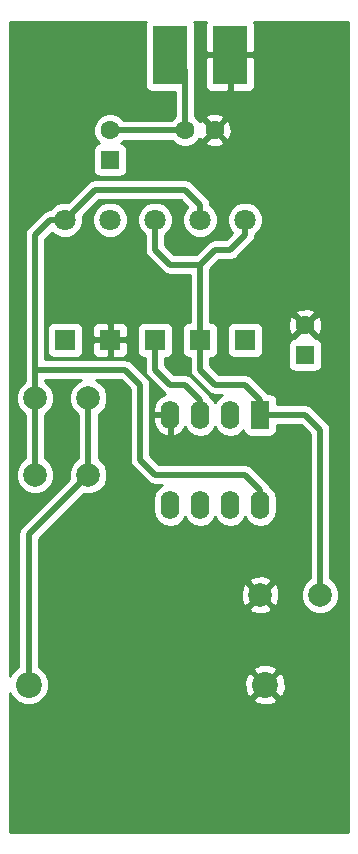
<source format=gtl>
G04 #@! TF.FileFunction,Copper,L1,Top,Signal*
%FSLAX46Y46*%
G04 Gerber Fmt 4.6, Leading zero omitted, Abs format (unit mm)*
G04 Created by KiCad (PCBNEW 4.0.1-stable) date 2017/05/09 18:16:20*
%MOMM*%
G01*
G04 APERTURE LIST*
%ADD10C,0.100000*%
%ADD11C,2.200000*%
%ADD12C,1.600000*%
%ADD13R,1.600000X1.600000*%
%ADD14R,3.000000X5.000000*%
%ADD15C,1.800000*%
%ADD16R,1.800000X1.800000*%
%ADD17C,2.000000*%
%ADD18R,1.600000X2.400000*%
%ADD19O,1.600000X2.400000*%
%ADD20C,0.500000*%
%ADD21C,0.254000*%
G04 APERTURE END LIST*
D10*
D11*
X130915000Y-130175000D03*
X150915000Y-130175000D03*
D12*
X144145000Y-83185000D03*
X146645000Y-83185000D03*
D13*
X137795000Y-85725000D03*
D12*
X137795000Y-83225000D03*
D13*
X154305000Y-102235000D03*
D12*
X154305000Y-99735000D03*
D14*
X142875000Y-76835000D03*
X147955000Y-76835000D03*
D15*
X133985000Y-90805000D03*
D16*
X133985000Y-100965000D03*
D15*
X137795000Y-90805000D03*
D16*
X137795000Y-100965000D03*
D15*
X141605000Y-90805000D03*
D16*
X141605000Y-100965000D03*
D15*
X149225000Y-90805000D03*
D16*
X149225000Y-100965000D03*
D15*
X145415000Y-90805000D03*
D16*
X145415000Y-100965000D03*
D17*
X155575000Y-122555000D03*
X150495000Y-122555000D03*
X135945000Y-112395000D03*
X131445000Y-112395000D03*
X135945000Y-105895000D03*
X131445000Y-105895000D03*
D18*
X150495000Y-107315000D03*
D19*
X142875000Y-114935000D03*
X147955000Y-107315000D03*
X145415000Y-114935000D03*
X145415000Y-107315000D03*
X147955000Y-114935000D03*
X142875000Y-107315000D03*
X150495000Y-114935000D03*
D20*
X130915000Y-130175000D02*
X130915000Y-117425000D01*
X130915000Y-117425000D02*
X135945000Y-112395000D01*
X135945000Y-105895000D02*
X135945000Y-112395000D01*
X137795000Y-83225000D02*
X144105000Y-83225000D01*
X144105000Y-83225000D02*
X144145000Y-83185000D01*
X144145000Y-83185000D02*
X144145000Y-78105000D01*
X144145000Y-78105000D02*
X142875000Y-76835000D01*
X145415000Y-107315000D02*
X145415000Y-106045000D01*
X141605000Y-103505000D02*
X141605000Y-100965000D01*
X142875000Y-104775000D02*
X141605000Y-103505000D01*
X144145000Y-104775000D02*
X142875000Y-104775000D01*
X145415000Y-106045000D02*
X144145000Y-104775000D01*
X133985000Y-90805000D02*
X136525000Y-88265000D01*
X145415000Y-89535000D02*
X145415000Y-90805000D01*
X144145000Y-88265000D02*
X145415000Y-89535000D01*
X136525000Y-88265000D02*
X144145000Y-88265000D01*
X131445000Y-103505000D02*
X139065000Y-103505000D01*
X150495000Y-113665000D02*
X150495000Y-114935000D01*
X149225000Y-112395000D02*
X150495000Y-113665000D01*
X141605000Y-112395000D02*
X149225000Y-112395000D01*
X140335000Y-111125000D02*
X141605000Y-112395000D01*
X140335000Y-104775000D02*
X140335000Y-111125000D01*
X139065000Y-103505000D02*
X140335000Y-104775000D01*
X131445000Y-112395000D02*
X131445000Y-105895000D01*
X133985000Y-90805000D02*
X132715000Y-90805000D01*
X131445000Y-92075000D02*
X131445000Y-103505000D01*
X131445000Y-103505000D02*
X131445000Y-105895000D01*
X132715000Y-90805000D02*
X131445000Y-92075000D01*
X145415000Y-94615000D02*
X142875000Y-94615000D01*
X141605000Y-93345000D02*
X141605000Y-90805000D01*
X142875000Y-94615000D02*
X141605000Y-93345000D01*
X155575000Y-122555000D02*
X155575000Y-108585000D01*
X154305000Y-107315000D02*
X150495000Y-107315000D01*
X155575000Y-108585000D02*
X154305000Y-107315000D01*
X150495000Y-107315000D02*
X150495000Y-106045000D01*
X150495000Y-106045000D02*
X149225000Y-104775000D01*
X149225000Y-104775000D02*
X146685000Y-104775000D01*
X146685000Y-104775000D02*
X145415000Y-103505000D01*
X145415000Y-103505000D02*
X145415000Y-100965000D01*
X145415000Y-100965000D02*
X145415000Y-94615000D01*
X145415000Y-94615000D02*
X146685000Y-93345000D01*
X146685000Y-93345000D02*
X147955000Y-93345000D01*
X147955000Y-93345000D02*
X149225000Y-92075000D01*
X149225000Y-92075000D02*
X149225000Y-90805000D01*
D21*
G36*
X129443281Y-131156515D02*
X129930918Y-131645004D01*
X130568373Y-131909699D01*
X131258599Y-131910301D01*
X131896515Y-131646719D01*
X132385004Y-131159082D01*
X132649699Y-130521627D01*
X132650301Y-129831401D01*
X132386719Y-129193485D01*
X131899082Y-128704996D01*
X131800000Y-128663853D01*
X131800000Y-117791580D01*
X135578437Y-114013142D01*
X135618352Y-114029716D01*
X136268795Y-114030284D01*
X136869943Y-113781894D01*
X137330278Y-113322363D01*
X137579716Y-112721648D01*
X137580284Y-112071205D01*
X137331894Y-111470057D01*
X136872363Y-111009722D01*
X136830000Y-110992131D01*
X136830000Y-107298398D01*
X136869943Y-107281894D01*
X137330278Y-106822363D01*
X137579716Y-106221648D01*
X137580284Y-105571205D01*
X137331894Y-104970057D01*
X136872363Y-104509722D01*
X136584040Y-104390000D01*
X138698421Y-104390000D01*
X139450000Y-105141580D01*
X139450000Y-111124995D01*
X139449999Y-111125000D01*
X139517367Y-111463675D01*
X139709210Y-111750790D01*
X139709213Y-111750792D01*
X140979210Y-113020790D01*
X141266325Y-113212633D01*
X141266326Y-113212633D01*
X141605000Y-113280001D01*
X141605005Y-113280000D01*
X142166136Y-113280000D01*
X141860302Y-113484352D01*
X141549233Y-113949899D01*
X141440000Y-114499050D01*
X141440000Y-115370950D01*
X141549233Y-115920101D01*
X141860302Y-116385648D01*
X142325849Y-116696717D01*
X142875000Y-116805950D01*
X143424151Y-116696717D01*
X143889698Y-116385648D01*
X144145000Y-116003562D01*
X144400302Y-116385648D01*
X144865849Y-116696717D01*
X145415000Y-116805950D01*
X145964151Y-116696717D01*
X146429698Y-116385648D01*
X146685000Y-116003562D01*
X146940302Y-116385648D01*
X147405849Y-116696717D01*
X147955000Y-116805950D01*
X148504151Y-116696717D01*
X148969698Y-116385648D01*
X149225000Y-116003562D01*
X149480302Y-116385648D01*
X149945849Y-116696717D01*
X150495000Y-116805950D01*
X151044151Y-116696717D01*
X151509698Y-116385648D01*
X151820767Y-115920101D01*
X151930000Y-115370950D01*
X151930000Y-114499050D01*
X151820767Y-113949899D01*
X151509698Y-113484352D01*
X151318678Y-113356717D01*
X151312633Y-113326325D01*
X151120790Y-113039210D01*
X149850792Y-111769213D01*
X149850790Y-111769210D01*
X149563675Y-111577367D01*
X149480302Y-111560783D01*
X149225000Y-111509999D01*
X149224995Y-111510000D01*
X142525961Y-111510000D01*
X142525961Y-109106904D01*
X142748000Y-108984915D01*
X142748000Y-107442000D01*
X141440000Y-107442000D01*
X141440000Y-107842000D01*
X141597834Y-108381483D01*
X141950104Y-108819500D01*
X142443181Y-109089367D01*
X142525961Y-109106904D01*
X142525961Y-111510000D01*
X141971580Y-111510000D01*
X141220000Y-110758421D01*
X141220000Y-104775005D01*
X141220001Y-104775000D01*
X141163810Y-104492516D01*
X141152633Y-104436325D01*
X140960790Y-104149210D01*
X139690792Y-102879213D01*
X139690790Y-102879210D01*
X139403675Y-102687367D01*
X139230248Y-102652870D01*
X139065000Y-102619999D01*
X139064995Y-102620000D01*
X138080750Y-102620000D01*
X138080750Y-102500000D01*
X138821310Y-102500000D01*
X139054699Y-102403327D01*
X139233327Y-102224698D01*
X139330000Y-101991309D01*
X139330000Y-101250750D01*
X139171250Y-101092000D01*
X137922000Y-101092000D01*
X137922000Y-100838000D01*
X139171250Y-100838000D01*
X139330000Y-100679250D01*
X139330000Y-99938691D01*
X139233327Y-99705302D01*
X139054699Y-99526673D01*
X138821310Y-99430000D01*
X138098991Y-99430000D01*
X138098991Y-92340265D01*
X138663371Y-92107068D01*
X139095551Y-91675643D01*
X139329733Y-91111670D01*
X139330265Y-90501009D01*
X139097068Y-89936629D01*
X138665643Y-89504449D01*
X138101670Y-89270267D01*
X137491009Y-89269735D01*
X136926629Y-89502932D01*
X136494449Y-89934357D01*
X136260267Y-90498330D01*
X136259735Y-91108991D01*
X136492932Y-91673371D01*
X136924357Y-92105551D01*
X137488330Y-92339733D01*
X138098991Y-92340265D01*
X138098991Y-99430000D01*
X138080750Y-99430000D01*
X137922000Y-99588750D01*
X137922000Y-100838000D01*
X137922000Y-101092000D01*
X137922000Y-102341250D01*
X138080750Y-102500000D01*
X138080750Y-102620000D01*
X136768690Y-102620000D01*
X136768690Y-102500000D01*
X137509250Y-102500000D01*
X137668000Y-102341250D01*
X137668000Y-101092000D01*
X136418750Y-101092000D01*
X136418750Y-100838000D01*
X137668000Y-100838000D01*
X137668000Y-99588750D01*
X137509250Y-99430000D01*
X136768690Y-99430000D01*
X136535301Y-99526673D01*
X136356673Y-99705302D01*
X136260000Y-99938691D01*
X136260000Y-100679250D01*
X136418750Y-100838000D01*
X136418750Y-101092000D01*
X136260000Y-101250750D01*
X136260000Y-101991309D01*
X136356673Y-102224698D01*
X136535301Y-102403327D01*
X136768690Y-102500000D01*
X136768690Y-102620000D01*
X133085000Y-102620000D01*
X133085000Y-102512440D01*
X134885000Y-102512440D01*
X135120317Y-102468162D01*
X135336441Y-102329090D01*
X135481431Y-102116890D01*
X135532440Y-101865000D01*
X135532440Y-100065000D01*
X135488162Y-99829683D01*
X135349090Y-99613559D01*
X135136890Y-99468569D01*
X134885000Y-99417560D01*
X133085000Y-99417560D01*
X132849683Y-99461838D01*
X132633559Y-99600910D01*
X132488569Y-99813110D01*
X132437560Y-100065000D01*
X132437560Y-101865000D01*
X132481838Y-102100317D01*
X132620910Y-102316441D01*
X132833110Y-102461431D01*
X133085000Y-102512440D01*
X133085000Y-102620000D01*
X132330000Y-102620000D01*
X132330000Y-92441580D01*
X132890389Y-91881191D01*
X133114357Y-92105551D01*
X133678330Y-92339733D01*
X134288991Y-92340265D01*
X134853371Y-92107068D01*
X135285551Y-91675643D01*
X135519733Y-91111670D01*
X135520247Y-90521332D01*
X136891579Y-89150000D01*
X143778421Y-89150000D01*
X144338809Y-89710389D01*
X144114449Y-89934357D01*
X143880267Y-90498330D01*
X143879735Y-91108991D01*
X144112932Y-91673371D01*
X144544357Y-92105551D01*
X145108330Y-92339733D01*
X145718991Y-92340265D01*
X146283371Y-92107068D01*
X146715551Y-91675643D01*
X146949733Y-91111670D01*
X146950265Y-90501009D01*
X146717068Y-89936629D01*
X146428223Y-89647279D01*
X146428223Y-84631965D01*
X146998454Y-84604778D01*
X147399005Y-84438864D01*
X147473139Y-84192745D01*
X146645000Y-83364605D01*
X146645000Y-83005395D01*
X147473139Y-82177255D01*
X147399005Y-81931136D01*
X146861777Y-81738035D01*
X146328690Y-81763451D01*
X146328690Y-79970000D01*
X147669250Y-79970000D01*
X147828000Y-79811250D01*
X147828000Y-76962000D01*
X145978750Y-76962000D01*
X145820000Y-77120750D01*
X145820000Y-79461309D01*
X145916673Y-79694698D01*
X146095301Y-79873327D01*
X146328690Y-79970000D01*
X146328690Y-81763451D01*
X146291546Y-81765222D01*
X145890995Y-81931136D01*
X145816861Y-82177255D01*
X146645000Y-83005395D01*
X146645000Y-83364605D01*
X145816861Y-84192745D01*
X145890995Y-84438864D01*
X146428223Y-84631965D01*
X146428223Y-89647279D01*
X146295985Y-89514809D01*
X146243810Y-89252516D01*
X146232633Y-89196325D01*
X146040790Y-88909210D01*
X144770792Y-87639213D01*
X144770790Y-87639210D01*
X144483675Y-87447367D01*
X144431691Y-87437027D01*
X144145000Y-87379999D01*
X144144995Y-87380000D01*
X136525000Y-87380000D01*
X136186325Y-87447367D01*
X135899210Y-87639210D01*
X135899208Y-87639213D01*
X134268174Y-89270247D01*
X133681009Y-89269735D01*
X133116629Y-89502932D01*
X132694809Y-89924015D01*
X132376325Y-89987367D01*
X132330000Y-90018320D01*
X132089210Y-90179210D01*
X132089208Y-90179213D01*
X130819210Y-91449210D01*
X130627367Y-91736325D01*
X130616190Y-91792516D01*
X130559999Y-92075000D01*
X130560000Y-92075005D01*
X130560000Y-104491602D01*
X130520057Y-104508106D01*
X130059722Y-104967637D01*
X129810284Y-105568352D01*
X129809716Y-106218795D01*
X130058106Y-106819943D01*
X130517637Y-107280278D01*
X130560000Y-107297869D01*
X130560000Y-110991602D01*
X130520057Y-111008106D01*
X130059722Y-111467637D01*
X129810284Y-112068352D01*
X129809716Y-112718795D01*
X130058106Y-113319943D01*
X130517637Y-113780278D01*
X131118352Y-114029716D01*
X131768795Y-114030284D01*
X132369943Y-113781894D01*
X132830278Y-113322363D01*
X133079716Y-112721648D01*
X133080284Y-112071205D01*
X132831894Y-111470057D01*
X132372363Y-111009722D01*
X132330000Y-110992131D01*
X132330000Y-107298398D01*
X132369943Y-107281894D01*
X132830278Y-106822363D01*
X133079716Y-106221648D01*
X133080284Y-105571205D01*
X132831894Y-104970057D01*
X132372363Y-104509722D01*
X132330000Y-104492131D01*
X132330000Y-104390000D01*
X135305895Y-104390000D01*
X135020057Y-104508106D01*
X134559722Y-104967637D01*
X134310284Y-105568352D01*
X134309716Y-106218795D01*
X134558106Y-106819943D01*
X135017637Y-107280278D01*
X135060000Y-107297869D01*
X135060000Y-110991602D01*
X135020057Y-111008106D01*
X134559722Y-111467637D01*
X134310284Y-112068352D01*
X134309716Y-112718795D01*
X134327233Y-112761188D01*
X130289210Y-116799210D01*
X130097367Y-117086325D01*
X130086190Y-117142516D01*
X130029999Y-117425000D01*
X130030000Y-117425005D01*
X130030000Y-128663402D01*
X129933485Y-128703281D01*
X129444996Y-129190918D01*
X129330000Y-129467859D01*
X129330000Y-74020000D01*
X140821690Y-74020000D01*
X140778569Y-74083110D01*
X140727560Y-74335000D01*
X140727560Y-79335000D01*
X140771838Y-79570317D01*
X140910910Y-79786441D01*
X141123110Y-79931431D01*
X141375000Y-79982440D01*
X143260000Y-79982440D01*
X143260000Y-82040829D01*
X142960307Y-82340000D01*
X138939171Y-82340000D01*
X138608923Y-82009176D01*
X138081691Y-81790250D01*
X137510813Y-81789752D01*
X136983200Y-82007757D01*
X136579176Y-82411077D01*
X136360250Y-82938309D01*
X136359752Y-83509187D01*
X136577757Y-84036800D01*
X136846072Y-84305583D01*
X136759683Y-84321838D01*
X136543559Y-84460910D01*
X136398569Y-84673110D01*
X136347560Y-84925000D01*
X136347560Y-86525000D01*
X136391838Y-86760317D01*
X136530910Y-86976441D01*
X136743110Y-87121431D01*
X136995000Y-87172440D01*
X138595000Y-87172440D01*
X138830317Y-87128162D01*
X139046441Y-86989090D01*
X139191431Y-86776890D01*
X139242440Y-86525000D01*
X139242440Y-84925000D01*
X139198162Y-84689683D01*
X139059090Y-84473559D01*
X138846890Y-84328569D01*
X138741959Y-84307320D01*
X138939623Y-84110000D01*
X143040760Y-84110000D01*
X143331077Y-84400824D01*
X143858309Y-84619750D01*
X144429187Y-84620248D01*
X144956800Y-84402243D01*
X145360824Y-83998923D01*
X145388423Y-83932456D01*
X145391136Y-83939005D01*
X145637255Y-84013139D01*
X146465395Y-83185000D01*
X145637255Y-82356861D01*
X145391136Y-82430995D01*
X145388804Y-82437483D01*
X145362243Y-82373200D01*
X145030000Y-82040377D01*
X145030000Y-78105005D01*
X145030001Y-78105000D01*
X145022440Y-78066989D01*
X145022440Y-74335000D01*
X144978162Y-74099683D01*
X144926887Y-74020000D01*
X145898158Y-74020000D01*
X145820000Y-74208691D01*
X145820000Y-76549250D01*
X145978750Y-76708000D01*
X147828000Y-76708000D01*
X147828000Y-76688000D01*
X148082000Y-76688000D01*
X148082000Y-76708000D01*
X149931250Y-76708000D01*
X150090000Y-76549250D01*
X150090000Y-74208691D01*
X150011842Y-74020000D01*
X157960000Y-74020000D01*
X157960000Y-142650000D01*
X155898795Y-142650000D01*
X155898795Y-124190284D01*
X156499943Y-123941894D01*
X156960278Y-123482363D01*
X157209716Y-122881648D01*
X157210284Y-122231205D01*
X156961894Y-121630057D01*
X156502363Y-121169722D01*
X156460000Y-121152131D01*
X156460000Y-108585005D01*
X156460001Y-108585000D01*
X156403810Y-108302516D01*
X156392633Y-108246325D01*
X156200790Y-107959210D01*
X154930792Y-106689213D01*
X154930790Y-106689210D01*
X154643675Y-106497367D01*
X154305000Y-106429999D01*
X154304995Y-106430000D01*
X153505000Y-106430000D01*
X153505000Y-103682440D01*
X155105000Y-103682440D01*
X155340317Y-103638162D01*
X155556441Y-103499090D01*
X155701431Y-103286890D01*
X155752440Y-103035000D01*
X155752440Y-101435000D01*
X155708162Y-101199683D01*
X155569090Y-100983559D01*
X155356890Y-100838569D01*
X155312745Y-100829630D01*
X155312745Y-100563139D01*
X155558864Y-100489005D01*
X155751965Y-99951777D01*
X155724778Y-99381546D01*
X155558864Y-98980995D01*
X155312745Y-98906861D01*
X154484605Y-99735000D01*
X155312745Y-100563139D01*
X155312745Y-100829630D01*
X155118799Y-100790354D01*
X155133139Y-100742745D01*
X154305000Y-99914605D01*
X154305000Y-99555395D01*
X155133139Y-98727255D01*
X155059005Y-98481136D01*
X154521777Y-98288035D01*
X153951546Y-98315222D01*
X153550995Y-98481136D01*
X153476861Y-98727255D01*
X154305000Y-99555395D01*
X154305000Y-99914605D01*
X153476861Y-100742745D01*
X153491145Y-100790167D01*
X153297255Y-100826649D01*
X153297255Y-100563139D01*
X154125395Y-99735000D01*
X153297255Y-98906861D01*
X153051136Y-98980995D01*
X152858035Y-99518223D01*
X152885222Y-100088454D01*
X153051136Y-100489005D01*
X153297255Y-100563139D01*
X153297255Y-100826649D01*
X153269683Y-100831838D01*
X153053559Y-100970910D01*
X152908569Y-101183110D01*
X152857560Y-101435000D01*
X152857560Y-103035000D01*
X152901838Y-103270317D01*
X153040910Y-103486441D01*
X153253110Y-103631431D01*
X153505000Y-103682440D01*
X153505000Y-106430000D01*
X151942440Y-106430000D01*
X151942440Y-106115000D01*
X151898162Y-105879683D01*
X151759090Y-105663559D01*
X151546890Y-105518569D01*
X151295000Y-105467560D01*
X151153096Y-105467560D01*
X151120790Y-105419210D01*
X149850792Y-104149213D01*
X149850790Y-104149210D01*
X149563675Y-103957367D01*
X149480302Y-103940783D01*
X149225000Y-103889999D01*
X149224995Y-103890000D01*
X148325000Y-103890000D01*
X148325000Y-102512440D01*
X150125000Y-102512440D01*
X150360317Y-102468162D01*
X150576441Y-102329090D01*
X150721431Y-102116890D01*
X150772440Y-101865000D01*
X150772440Y-100065000D01*
X150728162Y-99829683D01*
X150589090Y-99613559D01*
X150376890Y-99468569D01*
X150125000Y-99417560D01*
X148325000Y-99417560D01*
X148089683Y-99461838D01*
X147873559Y-99600910D01*
X147728569Y-99813110D01*
X147677560Y-100065000D01*
X147677560Y-101865000D01*
X147721838Y-102100317D01*
X147860910Y-102316441D01*
X148073110Y-102461431D01*
X148325000Y-102512440D01*
X148325000Y-103890000D01*
X147051580Y-103890000D01*
X146300000Y-103138421D01*
X146300000Y-102512440D01*
X146315000Y-102512440D01*
X146550317Y-102468162D01*
X146766441Y-102329090D01*
X146911431Y-102116890D01*
X146962440Y-101865000D01*
X146962440Y-100065000D01*
X146918162Y-99829683D01*
X146779090Y-99613559D01*
X146566890Y-99468569D01*
X146315000Y-99417560D01*
X146300000Y-99417560D01*
X146300000Y-94981580D01*
X147051579Y-94230000D01*
X147954995Y-94230000D01*
X147955000Y-94230001D01*
X148089683Y-94203210D01*
X148293675Y-94162633D01*
X148504151Y-94021998D01*
X148580790Y-93970790D01*
X149850787Y-92700792D01*
X149850790Y-92700790D01*
X149931250Y-92580372D01*
X150042633Y-92413675D01*
X150106162Y-92094299D01*
X150525551Y-91675643D01*
X150759733Y-91111670D01*
X150760265Y-90501009D01*
X150527068Y-89936629D01*
X150095643Y-89504449D01*
X149531670Y-89270267D01*
X148921009Y-89269735D01*
X148356629Y-89502932D01*
X148240750Y-89618608D01*
X148240750Y-79970000D01*
X149581310Y-79970000D01*
X149814699Y-79873327D01*
X149993327Y-79694698D01*
X150090000Y-79461309D01*
X150090000Y-77120750D01*
X149931250Y-76962000D01*
X148082000Y-76962000D01*
X148082000Y-79811250D01*
X148240750Y-79970000D01*
X148240750Y-89618608D01*
X147924449Y-89934357D01*
X147690267Y-90498330D01*
X147689735Y-91108991D01*
X147922932Y-91673371D01*
X148148793Y-91899627D01*
X147652745Y-92395675D01*
X147652745Y-84013139D01*
X147898864Y-83939005D01*
X148091965Y-83401777D01*
X148064778Y-82831546D01*
X147898864Y-82430995D01*
X147652745Y-82356861D01*
X146824605Y-83185000D01*
X147652745Y-84013139D01*
X147652745Y-92395675D01*
X147588420Y-92460000D01*
X146685005Y-92460000D01*
X146685000Y-92459999D01*
X146346325Y-92527367D01*
X146283371Y-92569431D01*
X146059210Y-92719210D01*
X146059208Y-92719213D01*
X145048420Y-93730000D01*
X143241580Y-93730000D01*
X142490000Y-92978421D01*
X142490000Y-92090468D01*
X142905551Y-91675643D01*
X143139733Y-91111670D01*
X143140265Y-90501009D01*
X142907068Y-89936629D01*
X142475643Y-89504449D01*
X141911670Y-89270267D01*
X141301009Y-89269735D01*
X140736629Y-89502932D01*
X140304449Y-89934357D01*
X140070267Y-90498330D01*
X140069735Y-91108991D01*
X140302932Y-91673371D01*
X140720000Y-92091169D01*
X140720000Y-93344995D01*
X140719999Y-93345000D01*
X140778569Y-93639445D01*
X140787367Y-93683675D01*
X140979210Y-93970790D01*
X140979213Y-93970792D01*
X142249210Y-95240790D01*
X142536325Y-95432633D01*
X142536326Y-95432633D01*
X142875000Y-95500001D01*
X142875005Y-95500000D01*
X144530000Y-95500000D01*
X144530000Y-99417560D01*
X144515000Y-99417560D01*
X144279683Y-99461838D01*
X144063559Y-99600910D01*
X143918569Y-99813110D01*
X143867560Y-100065000D01*
X143867560Y-101865000D01*
X143911838Y-102100317D01*
X144050910Y-102316441D01*
X144263110Y-102461431D01*
X144515000Y-102512440D01*
X144530000Y-102512440D01*
X144530000Y-103504995D01*
X144529999Y-103505000D01*
X144597367Y-103843675D01*
X144789210Y-104130790D01*
X144789213Y-104130792D01*
X146059210Y-105400790D01*
X146346325Y-105592633D01*
X146346326Y-105592633D01*
X146685000Y-105660001D01*
X146685005Y-105660000D01*
X147246136Y-105660000D01*
X146940302Y-105864352D01*
X146685000Y-106246438D01*
X146429698Y-105864352D01*
X146238678Y-105736717D01*
X146232633Y-105706325D01*
X146040790Y-105419210D01*
X144770792Y-104149213D01*
X144770790Y-104149210D01*
X144483675Y-103957367D01*
X144431691Y-103947027D01*
X144145000Y-103889999D01*
X144144995Y-103890000D01*
X143241580Y-103890000D01*
X142490000Y-103138421D01*
X142490000Y-102512440D01*
X142505000Y-102512440D01*
X142740317Y-102468162D01*
X142956441Y-102329090D01*
X143101431Y-102116890D01*
X143152440Y-101865000D01*
X143152440Y-100065000D01*
X143108162Y-99829683D01*
X142969090Y-99613559D01*
X142756890Y-99468569D01*
X142505000Y-99417560D01*
X140705000Y-99417560D01*
X140469683Y-99461838D01*
X140253559Y-99600910D01*
X140108569Y-99813110D01*
X140057560Y-100065000D01*
X140057560Y-101865000D01*
X140101838Y-102100317D01*
X140240910Y-102316441D01*
X140453110Y-102461431D01*
X140705000Y-102512440D01*
X140720000Y-102512440D01*
X140720000Y-103504995D01*
X140719999Y-103505000D01*
X140778569Y-103799445D01*
X140787367Y-103843675D01*
X140979210Y-104130790D01*
X140979213Y-104130792D01*
X142249210Y-105400790D01*
X142454813Y-105538169D01*
X142443181Y-105540633D01*
X141950104Y-105810500D01*
X141597834Y-106248517D01*
X141440000Y-106788000D01*
X141440000Y-107188000D01*
X142748000Y-107188000D01*
X142748000Y-107168000D01*
X143002000Y-107168000D01*
X143002000Y-107188000D01*
X143022000Y-107188000D01*
X143022000Y-107442000D01*
X143002000Y-107442000D01*
X143002000Y-108984915D01*
X143224039Y-109106904D01*
X143306819Y-109089367D01*
X143799896Y-108819500D01*
X144147493Y-108387293D01*
X144400302Y-108765648D01*
X144865849Y-109076717D01*
X145415000Y-109185950D01*
X145964151Y-109076717D01*
X146429698Y-108765648D01*
X146685000Y-108383562D01*
X146940302Y-108765648D01*
X147405849Y-109076717D01*
X147955000Y-109185950D01*
X148504151Y-109076717D01*
X148969698Y-108765648D01*
X149067251Y-108619650D01*
X149091838Y-108750317D01*
X149230910Y-108966441D01*
X149443110Y-109111431D01*
X149695000Y-109162440D01*
X151295000Y-109162440D01*
X151530317Y-109118162D01*
X151746441Y-108979090D01*
X151891431Y-108766890D01*
X151942440Y-108515000D01*
X151942440Y-108200000D01*
X153938421Y-108200000D01*
X154690000Y-108951580D01*
X154690000Y-121151602D01*
X154650057Y-121168106D01*
X154189722Y-121627637D01*
X153940284Y-122228352D01*
X153939716Y-122878795D01*
X154188106Y-123479943D01*
X154647637Y-123940278D01*
X155248352Y-124189716D01*
X155898795Y-124190284D01*
X155898795Y-142650000D01*
X152139868Y-142650000D01*
X152139868Y-131220263D01*
X152417099Y-131109359D01*
X152660323Y-130463407D01*
X152637836Y-129773547D01*
X152417099Y-129240641D01*
X152139868Y-129129737D01*
X151094605Y-130175000D01*
X152139868Y-131220263D01*
X152139868Y-142650000D01*
X150626593Y-142650000D01*
X150626593Y-131920323D01*
X151316453Y-131897836D01*
X151849359Y-131677099D01*
X151960263Y-131399868D01*
X150915000Y-130354605D01*
X150915000Y-129995395D01*
X151960263Y-128950132D01*
X151849359Y-128672901D01*
X151647532Y-128596906D01*
X151647532Y-123527927D01*
X151914387Y-123429264D01*
X152140908Y-122819539D01*
X152116856Y-122169540D01*
X151914387Y-121680736D01*
X151647532Y-121582073D01*
X150674605Y-122555000D01*
X151647532Y-123527927D01*
X151647532Y-128596906D01*
X151203407Y-128429677D01*
X150513547Y-128452164D01*
X150230461Y-128569422D01*
X150230461Y-124200908D01*
X150880460Y-124176856D01*
X151369264Y-123974387D01*
X151467927Y-123707532D01*
X150495000Y-122734605D01*
X150495000Y-122375395D01*
X151467927Y-121402468D01*
X151369264Y-121135613D01*
X150759539Y-120909092D01*
X150109540Y-120933144D01*
X149620736Y-121135613D01*
X149522073Y-121402468D01*
X150495000Y-122375395D01*
X150495000Y-122734605D01*
X149522073Y-123707532D01*
X149620736Y-123974387D01*
X150230461Y-124200908D01*
X150230461Y-128569422D01*
X149980641Y-128672901D01*
X149869737Y-128950132D01*
X150915000Y-129995395D01*
X150915000Y-130354605D01*
X149869737Y-131399868D01*
X149980641Y-131677099D01*
X150626593Y-131920323D01*
X150626593Y-142650000D01*
X149690132Y-142650000D01*
X149690132Y-131220263D01*
X150735395Y-130175000D01*
X149690132Y-129129737D01*
X149412901Y-129240641D01*
X149342468Y-129427696D01*
X149342468Y-123527927D01*
X150315395Y-122555000D01*
X149342468Y-121582073D01*
X149075613Y-121680736D01*
X148849092Y-122290461D01*
X148873144Y-122940460D01*
X149075613Y-123429264D01*
X149342468Y-123527927D01*
X149342468Y-129427696D01*
X149169677Y-129886593D01*
X149192164Y-130576453D01*
X149412901Y-131109359D01*
X149690132Y-131220263D01*
X149690132Y-142650000D01*
X129330000Y-142650000D01*
X129330000Y-130882355D01*
X129443281Y-131156515D01*
X129443281Y-131156515D01*
G37*
X129443281Y-131156515D02*
X129930918Y-131645004D01*
X130568373Y-131909699D01*
X131258599Y-131910301D01*
X131896515Y-131646719D01*
X132385004Y-131159082D01*
X132649699Y-130521627D01*
X132650301Y-129831401D01*
X132386719Y-129193485D01*
X131899082Y-128704996D01*
X131800000Y-128663853D01*
X131800000Y-117791580D01*
X135578437Y-114013142D01*
X135618352Y-114029716D01*
X136268795Y-114030284D01*
X136869943Y-113781894D01*
X137330278Y-113322363D01*
X137579716Y-112721648D01*
X137580284Y-112071205D01*
X137331894Y-111470057D01*
X136872363Y-111009722D01*
X136830000Y-110992131D01*
X136830000Y-107298398D01*
X136869943Y-107281894D01*
X137330278Y-106822363D01*
X137579716Y-106221648D01*
X137580284Y-105571205D01*
X137331894Y-104970057D01*
X136872363Y-104509722D01*
X136584040Y-104390000D01*
X138698421Y-104390000D01*
X139450000Y-105141580D01*
X139450000Y-111124995D01*
X139449999Y-111125000D01*
X139517367Y-111463675D01*
X139709210Y-111750790D01*
X139709213Y-111750792D01*
X140979210Y-113020790D01*
X141266325Y-113212633D01*
X141266326Y-113212633D01*
X141605000Y-113280001D01*
X141605005Y-113280000D01*
X142166136Y-113280000D01*
X141860302Y-113484352D01*
X141549233Y-113949899D01*
X141440000Y-114499050D01*
X141440000Y-115370950D01*
X141549233Y-115920101D01*
X141860302Y-116385648D01*
X142325849Y-116696717D01*
X142875000Y-116805950D01*
X143424151Y-116696717D01*
X143889698Y-116385648D01*
X144145000Y-116003562D01*
X144400302Y-116385648D01*
X144865849Y-116696717D01*
X145415000Y-116805950D01*
X145964151Y-116696717D01*
X146429698Y-116385648D01*
X146685000Y-116003562D01*
X146940302Y-116385648D01*
X147405849Y-116696717D01*
X147955000Y-116805950D01*
X148504151Y-116696717D01*
X148969698Y-116385648D01*
X149225000Y-116003562D01*
X149480302Y-116385648D01*
X149945849Y-116696717D01*
X150495000Y-116805950D01*
X151044151Y-116696717D01*
X151509698Y-116385648D01*
X151820767Y-115920101D01*
X151930000Y-115370950D01*
X151930000Y-114499050D01*
X151820767Y-113949899D01*
X151509698Y-113484352D01*
X151318678Y-113356717D01*
X151312633Y-113326325D01*
X151120790Y-113039210D01*
X149850792Y-111769213D01*
X149850790Y-111769210D01*
X149563675Y-111577367D01*
X149480302Y-111560783D01*
X149225000Y-111509999D01*
X149224995Y-111510000D01*
X142525961Y-111510000D01*
X142525961Y-109106904D01*
X142748000Y-108984915D01*
X142748000Y-107442000D01*
X141440000Y-107442000D01*
X141440000Y-107842000D01*
X141597834Y-108381483D01*
X141950104Y-108819500D01*
X142443181Y-109089367D01*
X142525961Y-109106904D01*
X142525961Y-111510000D01*
X141971580Y-111510000D01*
X141220000Y-110758421D01*
X141220000Y-104775005D01*
X141220001Y-104775000D01*
X141163810Y-104492516D01*
X141152633Y-104436325D01*
X140960790Y-104149210D01*
X139690792Y-102879213D01*
X139690790Y-102879210D01*
X139403675Y-102687367D01*
X139230248Y-102652870D01*
X139065000Y-102619999D01*
X139064995Y-102620000D01*
X138080750Y-102620000D01*
X138080750Y-102500000D01*
X138821310Y-102500000D01*
X139054699Y-102403327D01*
X139233327Y-102224698D01*
X139330000Y-101991309D01*
X139330000Y-101250750D01*
X139171250Y-101092000D01*
X137922000Y-101092000D01*
X137922000Y-100838000D01*
X139171250Y-100838000D01*
X139330000Y-100679250D01*
X139330000Y-99938691D01*
X139233327Y-99705302D01*
X139054699Y-99526673D01*
X138821310Y-99430000D01*
X138098991Y-99430000D01*
X138098991Y-92340265D01*
X138663371Y-92107068D01*
X139095551Y-91675643D01*
X139329733Y-91111670D01*
X139330265Y-90501009D01*
X139097068Y-89936629D01*
X138665643Y-89504449D01*
X138101670Y-89270267D01*
X137491009Y-89269735D01*
X136926629Y-89502932D01*
X136494449Y-89934357D01*
X136260267Y-90498330D01*
X136259735Y-91108991D01*
X136492932Y-91673371D01*
X136924357Y-92105551D01*
X137488330Y-92339733D01*
X138098991Y-92340265D01*
X138098991Y-99430000D01*
X138080750Y-99430000D01*
X137922000Y-99588750D01*
X137922000Y-100838000D01*
X137922000Y-101092000D01*
X137922000Y-102341250D01*
X138080750Y-102500000D01*
X138080750Y-102620000D01*
X136768690Y-102620000D01*
X136768690Y-102500000D01*
X137509250Y-102500000D01*
X137668000Y-102341250D01*
X137668000Y-101092000D01*
X136418750Y-101092000D01*
X136418750Y-100838000D01*
X137668000Y-100838000D01*
X137668000Y-99588750D01*
X137509250Y-99430000D01*
X136768690Y-99430000D01*
X136535301Y-99526673D01*
X136356673Y-99705302D01*
X136260000Y-99938691D01*
X136260000Y-100679250D01*
X136418750Y-100838000D01*
X136418750Y-101092000D01*
X136260000Y-101250750D01*
X136260000Y-101991309D01*
X136356673Y-102224698D01*
X136535301Y-102403327D01*
X136768690Y-102500000D01*
X136768690Y-102620000D01*
X133085000Y-102620000D01*
X133085000Y-102512440D01*
X134885000Y-102512440D01*
X135120317Y-102468162D01*
X135336441Y-102329090D01*
X135481431Y-102116890D01*
X135532440Y-101865000D01*
X135532440Y-100065000D01*
X135488162Y-99829683D01*
X135349090Y-99613559D01*
X135136890Y-99468569D01*
X134885000Y-99417560D01*
X133085000Y-99417560D01*
X132849683Y-99461838D01*
X132633559Y-99600910D01*
X132488569Y-99813110D01*
X132437560Y-100065000D01*
X132437560Y-101865000D01*
X132481838Y-102100317D01*
X132620910Y-102316441D01*
X132833110Y-102461431D01*
X133085000Y-102512440D01*
X133085000Y-102620000D01*
X132330000Y-102620000D01*
X132330000Y-92441580D01*
X132890389Y-91881191D01*
X133114357Y-92105551D01*
X133678330Y-92339733D01*
X134288991Y-92340265D01*
X134853371Y-92107068D01*
X135285551Y-91675643D01*
X135519733Y-91111670D01*
X135520247Y-90521332D01*
X136891579Y-89150000D01*
X143778421Y-89150000D01*
X144338809Y-89710389D01*
X144114449Y-89934357D01*
X143880267Y-90498330D01*
X143879735Y-91108991D01*
X144112932Y-91673371D01*
X144544357Y-92105551D01*
X145108330Y-92339733D01*
X145718991Y-92340265D01*
X146283371Y-92107068D01*
X146715551Y-91675643D01*
X146949733Y-91111670D01*
X146950265Y-90501009D01*
X146717068Y-89936629D01*
X146428223Y-89647279D01*
X146428223Y-84631965D01*
X146998454Y-84604778D01*
X147399005Y-84438864D01*
X147473139Y-84192745D01*
X146645000Y-83364605D01*
X146645000Y-83005395D01*
X147473139Y-82177255D01*
X147399005Y-81931136D01*
X146861777Y-81738035D01*
X146328690Y-81763451D01*
X146328690Y-79970000D01*
X147669250Y-79970000D01*
X147828000Y-79811250D01*
X147828000Y-76962000D01*
X145978750Y-76962000D01*
X145820000Y-77120750D01*
X145820000Y-79461309D01*
X145916673Y-79694698D01*
X146095301Y-79873327D01*
X146328690Y-79970000D01*
X146328690Y-81763451D01*
X146291546Y-81765222D01*
X145890995Y-81931136D01*
X145816861Y-82177255D01*
X146645000Y-83005395D01*
X146645000Y-83364605D01*
X145816861Y-84192745D01*
X145890995Y-84438864D01*
X146428223Y-84631965D01*
X146428223Y-89647279D01*
X146295985Y-89514809D01*
X146243810Y-89252516D01*
X146232633Y-89196325D01*
X146040790Y-88909210D01*
X144770792Y-87639213D01*
X144770790Y-87639210D01*
X144483675Y-87447367D01*
X144431691Y-87437027D01*
X144145000Y-87379999D01*
X144144995Y-87380000D01*
X136525000Y-87380000D01*
X136186325Y-87447367D01*
X135899210Y-87639210D01*
X135899208Y-87639213D01*
X134268174Y-89270247D01*
X133681009Y-89269735D01*
X133116629Y-89502932D01*
X132694809Y-89924015D01*
X132376325Y-89987367D01*
X132330000Y-90018320D01*
X132089210Y-90179210D01*
X132089208Y-90179213D01*
X130819210Y-91449210D01*
X130627367Y-91736325D01*
X130616190Y-91792516D01*
X130559999Y-92075000D01*
X130560000Y-92075005D01*
X130560000Y-104491602D01*
X130520057Y-104508106D01*
X130059722Y-104967637D01*
X129810284Y-105568352D01*
X129809716Y-106218795D01*
X130058106Y-106819943D01*
X130517637Y-107280278D01*
X130560000Y-107297869D01*
X130560000Y-110991602D01*
X130520057Y-111008106D01*
X130059722Y-111467637D01*
X129810284Y-112068352D01*
X129809716Y-112718795D01*
X130058106Y-113319943D01*
X130517637Y-113780278D01*
X131118352Y-114029716D01*
X131768795Y-114030284D01*
X132369943Y-113781894D01*
X132830278Y-113322363D01*
X133079716Y-112721648D01*
X133080284Y-112071205D01*
X132831894Y-111470057D01*
X132372363Y-111009722D01*
X132330000Y-110992131D01*
X132330000Y-107298398D01*
X132369943Y-107281894D01*
X132830278Y-106822363D01*
X133079716Y-106221648D01*
X133080284Y-105571205D01*
X132831894Y-104970057D01*
X132372363Y-104509722D01*
X132330000Y-104492131D01*
X132330000Y-104390000D01*
X135305895Y-104390000D01*
X135020057Y-104508106D01*
X134559722Y-104967637D01*
X134310284Y-105568352D01*
X134309716Y-106218795D01*
X134558106Y-106819943D01*
X135017637Y-107280278D01*
X135060000Y-107297869D01*
X135060000Y-110991602D01*
X135020057Y-111008106D01*
X134559722Y-111467637D01*
X134310284Y-112068352D01*
X134309716Y-112718795D01*
X134327233Y-112761188D01*
X130289210Y-116799210D01*
X130097367Y-117086325D01*
X130086190Y-117142516D01*
X130029999Y-117425000D01*
X130030000Y-117425005D01*
X130030000Y-128663402D01*
X129933485Y-128703281D01*
X129444996Y-129190918D01*
X129330000Y-129467859D01*
X129330000Y-74020000D01*
X140821690Y-74020000D01*
X140778569Y-74083110D01*
X140727560Y-74335000D01*
X140727560Y-79335000D01*
X140771838Y-79570317D01*
X140910910Y-79786441D01*
X141123110Y-79931431D01*
X141375000Y-79982440D01*
X143260000Y-79982440D01*
X143260000Y-82040829D01*
X142960307Y-82340000D01*
X138939171Y-82340000D01*
X138608923Y-82009176D01*
X138081691Y-81790250D01*
X137510813Y-81789752D01*
X136983200Y-82007757D01*
X136579176Y-82411077D01*
X136360250Y-82938309D01*
X136359752Y-83509187D01*
X136577757Y-84036800D01*
X136846072Y-84305583D01*
X136759683Y-84321838D01*
X136543559Y-84460910D01*
X136398569Y-84673110D01*
X136347560Y-84925000D01*
X136347560Y-86525000D01*
X136391838Y-86760317D01*
X136530910Y-86976441D01*
X136743110Y-87121431D01*
X136995000Y-87172440D01*
X138595000Y-87172440D01*
X138830317Y-87128162D01*
X139046441Y-86989090D01*
X139191431Y-86776890D01*
X139242440Y-86525000D01*
X139242440Y-84925000D01*
X139198162Y-84689683D01*
X139059090Y-84473559D01*
X138846890Y-84328569D01*
X138741959Y-84307320D01*
X138939623Y-84110000D01*
X143040760Y-84110000D01*
X143331077Y-84400824D01*
X143858309Y-84619750D01*
X144429187Y-84620248D01*
X144956800Y-84402243D01*
X145360824Y-83998923D01*
X145388423Y-83932456D01*
X145391136Y-83939005D01*
X145637255Y-84013139D01*
X146465395Y-83185000D01*
X145637255Y-82356861D01*
X145391136Y-82430995D01*
X145388804Y-82437483D01*
X145362243Y-82373200D01*
X145030000Y-82040377D01*
X145030000Y-78105005D01*
X145030001Y-78105000D01*
X145022440Y-78066989D01*
X145022440Y-74335000D01*
X144978162Y-74099683D01*
X144926887Y-74020000D01*
X145898158Y-74020000D01*
X145820000Y-74208691D01*
X145820000Y-76549250D01*
X145978750Y-76708000D01*
X147828000Y-76708000D01*
X147828000Y-76688000D01*
X148082000Y-76688000D01*
X148082000Y-76708000D01*
X149931250Y-76708000D01*
X150090000Y-76549250D01*
X150090000Y-74208691D01*
X150011842Y-74020000D01*
X157960000Y-74020000D01*
X157960000Y-142650000D01*
X155898795Y-142650000D01*
X155898795Y-124190284D01*
X156499943Y-123941894D01*
X156960278Y-123482363D01*
X157209716Y-122881648D01*
X157210284Y-122231205D01*
X156961894Y-121630057D01*
X156502363Y-121169722D01*
X156460000Y-121152131D01*
X156460000Y-108585005D01*
X156460001Y-108585000D01*
X156403810Y-108302516D01*
X156392633Y-108246325D01*
X156200790Y-107959210D01*
X154930792Y-106689213D01*
X154930790Y-106689210D01*
X154643675Y-106497367D01*
X154305000Y-106429999D01*
X154304995Y-106430000D01*
X153505000Y-106430000D01*
X153505000Y-103682440D01*
X155105000Y-103682440D01*
X155340317Y-103638162D01*
X155556441Y-103499090D01*
X155701431Y-103286890D01*
X155752440Y-103035000D01*
X155752440Y-101435000D01*
X155708162Y-101199683D01*
X155569090Y-100983559D01*
X155356890Y-100838569D01*
X155312745Y-100829630D01*
X155312745Y-100563139D01*
X155558864Y-100489005D01*
X155751965Y-99951777D01*
X155724778Y-99381546D01*
X155558864Y-98980995D01*
X155312745Y-98906861D01*
X154484605Y-99735000D01*
X155312745Y-100563139D01*
X155312745Y-100829630D01*
X155118799Y-100790354D01*
X155133139Y-100742745D01*
X154305000Y-99914605D01*
X154305000Y-99555395D01*
X155133139Y-98727255D01*
X155059005Y-98481136D01*
X154521777Y-98288035D01*
X153951546Y-98315222D01*
X153550995Y-98481136D01*
X153476861Y-98727255D01*
X154305000Y-99555395D01*
X154305000Y-99914605D01*
X153476861Y-100742745D01*
X153491145Y-100790167D01*
X153297255Y-100826649D01*
X153297255Y-100563139D01*
X154125395Y-99735000D01*
X153297255Y-98906861D01*
X153051136Y-98980995D01*
X152858035Y-99518223D01*
X152885222Y-100088454D01*
X153051136Y-100489005D01*
X153297255Y-100563139D01*
X153297255Y-100826649D01*
X153269683Y-100831838D01*
X153053559Y-100970910D01*
X152908569Y-101183110D01*
X152857560Y-101435000D01*
X152857560Y-103035000D01*
X152901838Y-103270317D01*
X153040910Y-103486441D01*
X153253110Y-103631431D01*
X153505000Y-103682440D01*
X153505000Y-106430000D01*
X151942440Y-106430000D01*
X151942440Y-106115000D01*
X151898162Y-105879683D01*
X151759090Y-105663559D01*
X151546890Y-105518569D01*
X151295000Y-105467560D01*
X151153096Y-105467560D01*
X151120790Y-105419210D01*
X149850792Y-104149213D01*
X149850790Y-104149210D01*
X149563675Y-103957367D01*
X149480302Y-103940783D01*
X149225000Y-103889999D01*
X149224995Y-103890000D01*
X148325000Y-103890000D01*
X148325000Y-102512440D01*
X150125000Y-102512440D01*
X150360317Y-102468162D01*
X150576441Y-102329090D01*
X150721431Y-102116890D01*
X150772440Y-101865000D01*
X150772440Y-100065000D01*
X150728162Y-99829683D01*
X150589090Y-99613559D01*
X150376890Y-99468569D01*
X150125000Y-99417560D01*
X148325000Y-99417560D01*
X148089683Y-99461838D01*
X147873559Y-99600910D01*
X147728569Y-99813110D01*
X147677560Y-100065000D01*
X147677560Y-101865000D01*
X147721838Y-102100317D01*
X147860910Y-102316441D01*
X148073110Y-102461431D01*
X148325000Y-102512440D01*
X148325000Y-103890000D01*
X147051580Y-103890000D01*
X146300000Y-103138421D01*
X146300000Y-102512440D01*
X146315000Y-102512440D01*
X146550317Y-102468162D01*
X146766441Y-102329090D01*
X146911431Y-102116890D01*
X146962440Y-101865000D01*
X146962440Y-100065000D01*
X146918162Y-99829683D01*
X146779090Y-99613559D01*
X146566890Y-99468569D01*
X146315000Y-99417560D01*
X146300000Y-99417560D01*
X146300000Y-94981580D01*
X147051579Y-94230000D01*
X147954995Y-94230000D01*
X147955000Y-94230001D01*
X148089683Y-94203210D01*
X148293675Y-94162633D01*
X148504151Y-94021998D01*
X148580790Y-93970790D01*
X149850787Y-92700792D01*
X149850790Y-92700790D01*
X149931250Y-92580372D01*
X150042633Y-92413675D01*
X150106162Y-92094299D01*
X150525551Y-91675643D01*
X150759733Y-91111670D01*
X150760265Y-90501009D01*
X150527068Y-89936629D01*
X150095643Y-89504449D01*
X149531670Y-89270267D01*
X148921009Y-89269735D01*
X148356629Y-89502932D01*
X148240750Y-89618608D01*
X148240750Y-79970000D01*
X149581310Y-79970000D01*
X149814699Y-79873327D01*
X149993327Y-79694698D01*
X150090000Y-79461309D01*
X150090000Y-77120750D01*
X149931250Y-76962000D01*
X148082000Y-76962000D01*
X148082000Y-79811250D01*
X148240750Y-79970000D01*
X148240750Y-89618608D01*
X147924449Y-89934357D01*
X147690267Y-90498330D01*
X147689735Y-91108991D01*
X147922932Y-91673371D01*
X148148793Y-91899627D01*
X147652745Y-92395675D01*
X147652745Y-84013139D01*
X147898864Y-83939005D01*
X148091965Y-83401777D01*
X148064778Y-82831546D01*
X147898864Y-82430995D01*
X147652745Y-82356861D01*
X146824605Y-83185000D01*
X147652745Y-84013139D01*
X147652745Y-92395675D01*
X147588420Y-92460000D01*
X146685005Y-92460000D01*
X146685000Y-92459999D01*
X146346325Y-92527367D01*
X146283371Y-92569431D01*
X146059210Y-92719210D01*
X146059208Y-92719213D01*
X145048420Y-93730000D01*
X143241580Y-93730000D01*
X142490000Y-92978421D01*
X142490000Y-92090468D01*
X142905551Y-91675643D01*
X143139733Y-91111670D01*
X143140265Y-90501009D01*
X142907068Y-89936629D01*
X142475643Y-89504449D01*
X141911670Y-89270267D01*
X141301009Y-89269735D01*
X140736629Y-89502932D01*
X140304449Y-89934357D01*
X140070267Y-90498330D01*
X140069735Y-91108991D01*
X140302932Y-91673371D01*
X140720000Y-92091169D01*
X140720000Y-93344995D01*
X140719999Y-93345000D01*
X140778569Y-93639445D01*
X140787367Y-93683675D01*
X140979210Y-93970790D01*
X140979213Y-93970792D01*
X142249210Y-95240790D01*
X142536325Y-95432633D01*
X142536326Y-95432633D01*
X142875000Y-95500001D01*
X142875005Y-95500000D01*
X144530000Y-95500000D01*
X144530000Y-99417560D01*
X144515000Y-99417560D01*
X144279683Y-99461838D01*
X144063559Y-99600910D01*
X143918569Y-99813110D01*
X143867560Y-100065000D01*
X143867560Y-101865000D01*
X143911838Y-102100317D01*
X144050910Y-102316441D01*
X144263110Y-102461431D01*
X144515000Y-102512440D01*
X144530000Y-102512440D01*
X144530000Y-103504995D01*
X144529999Y-103505000D01*
X144597367Y-103843675D01*
X144789210Y-104130790D01*
X144789213Y-104130792D01*
X146059210Y-105400790D01*
X146346325Y-105592633D01*
X146346326Y-105592633D01*
X146685000Y-105660001D01*
X146685005Y-105660000D01*
X147246136Y-105660000D01*
X146940302Y-105864352D01*
X146685000Y-106246438D01*
X146429698Y-105864352D01*
X146238678Y-105736717D01*
X146232633Y-105706325D01*
X146040790Y-105419210D01*
X144770792Y-104149213D01*
X144770790Y-104149210D01*
X144483675Y-103957367D01*
X144431691Y-103947027D01*
X144145000Y-103889999D01*
X144144995Y-103890000D01*
X143241580Y-103890000D01*
X142490000Y-103138421D01*
X142490000Y-102512440D01*
X142505000Y-102512440D01*
X142740317Y-102468162D01*
X142956441Y-102329090D01*
X143101431Y-102116890D01*
X143152440Y-101865000D01*
X143152440Y-100065000D01*
X143108162Y-99829683D01*
X142969090Y-99613559D01*
X142756890Y-99468569D01*
X142505000Y-99417560D01*
X140705000Y-99417560D01*
X140469683Y-99461838D01*
X140253559Y-99600910D01*
X140108569Y-99813110D01*
X140057560Y-100065000D01*
X140057560Y-101865000D01*
X140101838Y-102100317D01*
X140240910Y-102316441D01*
X140453110Y-102461431D01*
X140705000Y-102512440D01*
X140720000Y-102512440D01*
X140720000Y-103504995D01*
X140719999Y-103505000D01*
X140778569Y-103799445D01*
X140787367Y-103843675D01*
X140979210Y-104130790D01*
X140979213Y-104130792D01*
X142249210Y-105400790D01*
X142454813Y-105538169D01*
X142443181Y-105540633D01*
X141950104Y-105810500D01*
X141597834Y-106248517D01*
X141440000Y-106788000D01*
X141440000Y-107188000D01*
X142748000Y-107188000D01*
X142748000Y-107168000D01*
X143002000Y-107168000D01*
X143002000Y-107188000D01*
X143022000Y-107188000D01*
X143022000Y-107442000D01*
X143002000Y-107442000D01*
X143002000Y-108984915D01*
X143224039Y-109106904D01*
X143306819Y-109089367D01*
X143799896Y-108819500D01*
X144147493Y-108387293D01*
X144400302Y-108765648D01*
X144865849Y-109076717D01*
X145415000Y-109185950D01*
X145964151Y-109076717D01*
X146429698Y-108765648D01*
X146685000Y-108383562D01*
X146940302Y-108765648D01*
X147405849Y-109076717D01*
X147955000Y-109185950D01*
X148504151Y-109076717D01*
X148969698Y-108765648D01*
X149067251Y-108619650D01*
X149091838Y-108750317D01*
X149230910Y-108966441D01*
X149443110Y-109111431D01*
X149695000Y-109162440D01*
X151295000Y-109162440D01*
X151530317Y-109118162D01*
X151746441Y-108979090D01*
X151891431Y-108766890D01*
X151942440Y-108515000D01*
X151942440Y-108200000D01*
X153938421Y-108200000D01*
X154690000Y-108951580D01*
X154690000Y-121151602D01*
X154650057Y-121168106D01*
X154189722Y-121627637D01*
X153940284Y-122228352D01*
X153939716Y-122878795D01*
X154188106Y-123479943D01*
X154647637Y-123940278D01*
X155248352Y-124189716D01*
X155898795Y-124190284D01*
X155898795Y-142650000D01*
X152139868Y-142650000D01*
X152139868Y-131220263D01*
X152417099Y-131109359D01*
X152660323Y-130463407D01*
X152637836Y-129773547D01*
X152417099Y-129240641D01*
X152139868Y-129129737D01*
X151094605Y-130175000D01*
X152139868Y-131220263D01*
X152139868Y-142650000D01*
X150626593Y-142650000D01*
X150626593Y-131920323D01*
X151316453Y-131897836D01*
X151849359Y-131677099D01*
X151960263Y-131399868D01*
X150915000Y-130354605D01*
X150915000Y-129995395D01*
X151960263Y-128950132D01*
X151849359Y-128672901D01*
X151647532Y-128596906D01*
X151647532Y-123527927D01*
X151914387Y-123429264D01*
X152140908Y-122819539D01*
X152116856Y-122169540D01*
X151914387Y-121680736D01*
X151647532Y-121582073D01*
X150674605Y-122555000D01*
X151647532Y-123527927D01*
X151647532Y-128596906D01*
X151203407Y-128429677D01*
X150513547Y-128452164D01*
X150230461Y-128569422D01*
X150230461Y-124200908D01*
X150880460Y-124176856D01*
X151369264Y-123974387D01*
X151467927Y-123707532D01*
X150495000Y-122734605D01*
X150495000Y-122375395D01*
X151467927Y-121402468D01*
X151369264Y-121135613D01*
X150759539Y-120909092D01*
X150109540Y-120933144D01*
X149620736Y-121135613D01*
X149522073Y-121402468D01*
X150495000Y-122375395D01*
X150495000Y-122734605D01*
X149522073Y-123707532D01*
X149620736Y-123974387D01*
X150230461Y-124200908D01*
X150230461Y-128569422D01*
X149980641Y-128672901D01*
X149869737Y-128950132D01*
X150915000Y-129995395D01*
X150915000Y-130354605D01*
X149869737Y-131399868D01*
X149980641Y-131677099D01*
X150626593Y-131920323D01*
X150626593Y-142650000D01*
X149690132Y-142650000D01*
X149690132Y-131220263D01*
X150735395Y-130175000D01*
X149690132Y-129129737D01*
X149412901Y-129240641D01*
X149342468Y-129427696D01*
X149342468Y-123527927D01*
X150315395Y-122555000D01*
X149342468Y-121582073D01*
X149075613Y-121680736D01*
X148849092Y-122290461D01*
X148873144Y-122940460D01*
X149075613Y-123429264D01*
X149342468Y-123527927D01*
X149342468Y-129427696D01*
X149169677Y-129886593D01*
X149192164Y-130576453D01*
X149412901Y-131109359D01*
X149690132Y-131220263D01*
X149690132Y-142650000D01*
X129330000Y-142650000D01*
X129330000Y-130882355D01*
X129443281Y-131156515D01*
M02*

</source>
